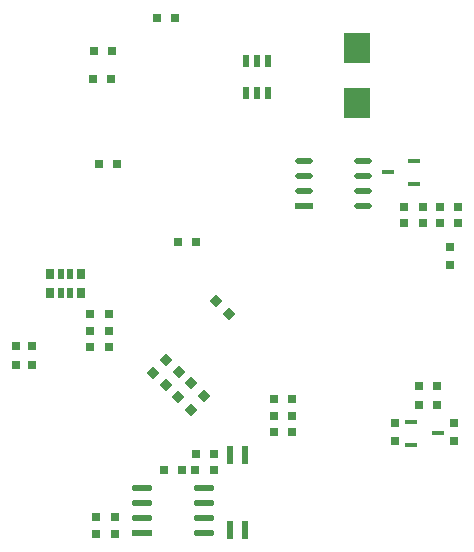
<source format=gbp>
G04*
G04 #@! TF.GenerationSoftware,Altium Limited,Altium Designer,22.0.2 (36)*
G04*
G04 Layer_Color=128*
%FSLAX25Y25*%
%MOIN*%
G70*
G04*
G04 #@! TF.SameCoordinates,5891F61C-6817-4B1F-B1E3-DF0E04F861FB*
G04*
G04*
G04 #@! TF.FilePolarity,Positive*
G04*
G01*
G75*
%ADD21R,0.03000X0.03000*%
%ADD22R,0.03000X0.03000*%
%ADD23O,0.05906X0.01968*%
%ADD24R,0.05906X0.01968*%
%ADD49P,0.04243X4X360.0*%
%ADD127R,0.03937X0.01772*%
%ADD128R,0.02362X0.05906*%
%ADD129O,0.07087X0.02165*%
%ADD130R,0.07087X0.02165*%
%ADD131P,0.04243X4X90.0*%
%ADD132R,0.01968X0.03543*%
%ADD133R,0.02559X0.03543*%
%ADD134R,0.08661X0.09843*%
%ADD135R,0.02362X0.04331*%
D21*
X374410Y355028D02*
D03*
Y348909D02*
D03*
X375590Y290248D02*
D03*
Y296366D02*
D03*
X355906D02*
D03*
Y290248D02*
D03*
X229528Y321957D02*
D03*
X235039D02*
D03*
X229528Y315839D02*
D03*
X235039D02*
D03*
D22*
X261327Y411024D02*
D03*
X255209D02*
D03*
X289673Y356693D02*
D03*
X283555D02*
D03*
X263295Y382677D02*
D03*
X257177D02*
D03*
X255602Y420472D02*
D03*
X261720D02*
D03*
X254421Y321654D02*
D03*
X260539D02*
D03*
X254421Y327165D02*
D03*
X260539D02*
D03*
X254421Y332677D02*
D03*
X260539D02*
D03*
X369988Y308661D02*
D03*
X363870D02*
D03*
X363870Y302362D02*
D03*
X369988D02*
D03*
X278831Y280709D02*
D03*
X284949D02*
D03*
X295579Y286221D02*
D03*
X289461D02*
D03*
X295488Y280709D02*
D03*
X289370D02*
D03*
X315445Y298819D02*
D03*
X321563D02*
D03*
X315445Y293307D02*
D03*
X321563D02*
D03*
X256390Y265197D02*
D03*
X262508D02*
D03*
X256390Y259449D02*
D03*
X262508D02*
D03*
X376984Y362992D02*
D03*
X370866D02*
D03*
X365173D02*
D03*
X359055D02*
D03*
Y368504D02*
D03*
X365173D02*
D03*
X370866D02*
D03*
X376984D02*
D03*
X321563Y304331D02*
D03*
X315445D02*
D03*
X276468Y431496D02*
D03*
X282587D02*
D03*
D23*
X345276Y383878D02*
D03*
Y378878D02*
D03*
Y373878D02*
D03*
Y368878D02*
D03*
X325590Y383878D02*
D03*
Y378878D02*
D03*
Y373878D02*
D03*
D24*
Y368878D02*
D03*
D49*
X296262Y337203D02*
D03*
X300588Y332876D02*
D03*
X287791Y300792D02*
D03*
X292181Y305310D02*
D03*
X287855Y309636D02*
D03*
X283465Y305118D02*
D03*
D127*
X370177Y292913D02*
D03*
X361248Y296654D02*
D03*
Y289173D02*
D03*
X353445Y379921D02*
D03*
X362374Y376181D02*
D03*
Y383661D02*
D03*
D128*
X306043Y285728D02*
D03*
X301043D02*
D03*
Y260728D02*
D03*
X306043D02*
D03*
D129*
X292224Y274823D02*
D03*
Y269823D02*
D03*
Y264823D02*
D03*
Y259823D02*
D03*
X271555Y274823D02*
D03*
Y269823D02*
D03*
Y264823D02*
D03*
D130*
Y259823D02*
D03*
D131*
X275396Y313191D02*
D03*
X283893Y313470D02*
D03*
X279722Y317517D02*
D03*
X279567Y309144D02*
D03*
D132*
X244488Y339764D02*
D03*
X247638D02*
D03*
Y346063D02*
D03*
X244488D02*
D03*
D133*
X251102Y339764D02*
D03*
X241024D02*
D03*
X251102Y346063D02*
D03*
X241024D02*
D03*
D134*
X343307Y421457D02*
D03*
Y402953D02*
D03*
D135*
X306102Y417126D02*
D03*
X309842D02*
D03*
X313583D02*
D03*
Y406496D02*
D03*
X309842D02*
D03*
X306102D02*
D03*
M02*

</source>
